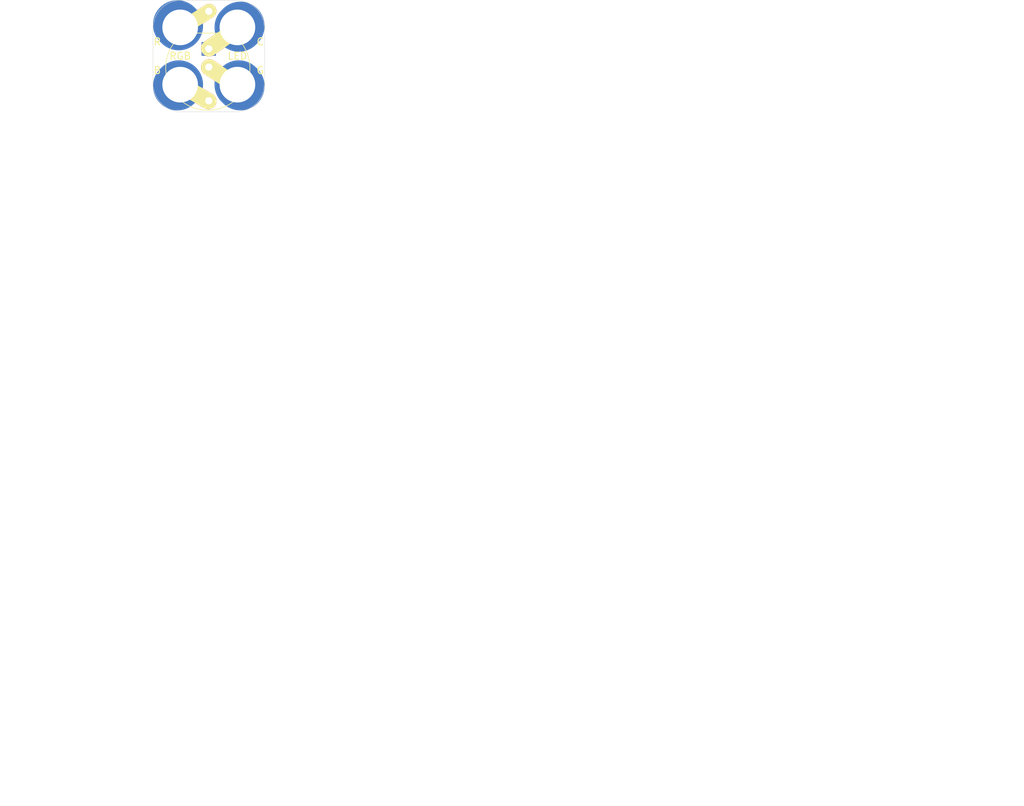
<source format=kicad_pcb>
(kicad_pcb (version 4) (host pcbnew 4.0.5-e0-6337~49~ubuntu16.04.1)

  (general
    (links 0)
    (no_connects 0)
    (area 104.572999 74.854999 178.510001 123.265001)
    (thickness 1.6)
    (drawings 1)
    (tracks 0)
    (zones 0)
    (modules 1)
    (nets 1)
  )

  (page USLetter)
  (title_block
    (title "2x2 RGB LED TH Module")
    (date "19 Jan 2017")
    (rev 1.0)
    (company "All rights reserved.")
    (comment 1 help@browndoggadgets.com)
    (comment 2 http://browndoggadgets.com/)
    (comment 3 "Brown Dog Gadgets")
  )

  (layers
    (0 F.Cu signal)
    (31 B.Cu signal)
    (34 B.Paste user)
    (35 F.Paste user)
    (36 B.SilkS user)
    (37 F.SilkS user)
    (38 B.Mask user)
    (39 F.Mask user)
    (40 Dwgs.User user)
    (44 Edge.Cuts user)
    (46 B.CrtYd user)
    (47 F.CrtYd user)
    (48 B.Fab user)
    (49 F.Fab user)
  )

  (setup
    (last_trace_width 0.254)
    (user_trace_width 0.1524)
    (user_trace_width 0.254)
    (user_trace_width 0.3302)
    (user_trace_width 0.508)
    (user_trace_width 0.762)
    (user_trace_width 1.27)
    (trace_clearance 0.254)
    (zone_clearance 0.508)
    (zone_45_only no)
    (trace_min 0.1524)
    (segment_width 0.1524)
    (edge_width 0.1524)
    (via_size 0.6858)
    (via_drill 0.3302)
    (via_min_size 0.6858)
    (via_min_drill 0.3302)
    (user_via 0.6858 0.3302)
    (user_via 0.762 0.4064)
    (user_via 0.8636 0.508)
    (uvia_size 0.6858)
    (uvia_drill 0.3302)
    (uvias_allowed no)
    (uvia_min_size 0)
    (uvia_min_drill 0)
    (pcb_text_width 0.1524)
    (pcb_text_size 1.016 1.016)
    (mod_edge_width 0.1524)
    (mod_text_size 1.016 1.016)
    (mod_text_width 0.1524)
    (pad_size 1.524 1.524)
    (pad_drill 0.762)
    (pad_to_mask_clearance 0.0762)
    (solder_mask_min_width 0.1016)
    (pad_to_paste_clearance -0.0762)
    (aux_axis_origin 0 0)
    (visible_elements FFFEDF7D)
    (pcbplotparams
      (layerselection 0x310fc_80000001)
      (usegerberextensions true)
      (excludeedgelayer true)
      (linewidth 0.100000)
      (plotframeref false)
      (viasonmask false)
      (mode 1)
      (useauxorigin false)
      (hpglpennumber 1)
      (hpglpenspeed 20)
      (hpglpendiameter 15)
      (hpglpenoverlay 2)
      (psnegative false)
      (psa4output false)
      (plotreference true)
      (plotvalue true)
      (plotinvisibletext false)
      (padsonsilk false)
      (subtractmaskfromsilk false)
      (outputformat 1)
      (mirror false)
      (drillshape 0)
      (scaleselection 1)
      (outputdirectory gerbers))
  )

  (net 0 "")

  (net_class Default "This is the default net class."
    (clearance 0.254)
    (trace_width 0.254)
    (via_dia 0.6858)
    (via_drill 0.3302)
    (uvia_dia 0.6858)
    (uvia_drill 0.3302)
  )

  (module Crazy_Circuits:LED-RGB-2.54MM-4PIN-2x2 (layer F.Cu) (tedit 58A2CC37) (tstamp 58809FD1)
    (at 23.1658 44.3738)
    (descr "LED 5mm round vertical")
    (tags "LED 5mm round vertical")
    (fp_text reference LED1 (at 4 -2) (layer F.Fab)
      (effects (font (size 1 1) (thickness 0.15)))
    )
    (fp_text value RGB (at 0 -4) (layer F.SilkS)
      (effects (font (size 1 1) (thickness 0.15)))
    )
    (fp_line (start 8.2 -8) (end 8.4 -8.2) (layer B.Cu) (width 6.8))
    (fp_text user C (at 11.2 -6) (layer F.SilkS)
      (effects (font (size 1 1) (thickness 0.15)))
    )
    (fp_line (start 0.6 -7.2) (end 7.2 -7.2) (layer F.SilkS) (width 0.1))
    (fp_arc (start 3.862844 -2.305733) (end 7.262844 -7.105733) (angle 290.9) (layer F.Fab) (width 0.1))
    (fp_text user LED (at 8 -4) (layer F.SilkS)
      (effects (font (size 1 1) (thickness 0.15)))
    )
    (fp_text user R (at -3.2 -6 180) (layer F.SilkS)
      (effects (font (size 1 1) (thickness 0.15)))
    )
    (fp_line (start 4.064 -10.287) (end 0 -7.747) (layer F.SilkS) (width 2))
    (fp_arc (start 0.195441 -0.199792) (end 0 3.8) (angle 84.2) (layer Edge.Cuts) (width 0.05))
    (fp_line (start 11.8 -8) (end 11.8 0) (layer Edge.Cuts) (width 0.05))
    (fp_line (start 0 -11.8) (end 8 -11.8) (layer Edge.Cuts) (width 0.05))
    (fp_line (start 0 3.8) (end 8 3.8) (layer Edge.Cuts) (width 0.05))
    (fp_line (start -3.8 -8) (end -3.8 0) (layer Edge.Cuts) (width 0.05))
    (fp_arc (start 7.800208 -0.195441) (end 11.8 0) (angle 84.2) (layer Edge.Cuts) (width 0.05))
    (fp_arc (start 0.199792 -7.804559) (end -3.8 -8) (angle 84.2) (layer Edge.Cuts) (width 0.05))
    (fp_arc (start 7.804559 -7.800208) (end 8 -11.8) (angle 84.2) (layer Edge.Cuts) (width 0.05))
    (fp_arc (start 0.195441 -0.199792) (end 0 3.8) (angle 84.2) (layer F.Fab) (width 0.05))
    (fp_line (start 11.8 -8) (end 11.8 0) (layer F.Fab) (width 0.05))
    (fp_line (start 0 -11.8) (end 8 -11.8) (layer F.Fab) (width 0.05))
    (fp_line (start 0 3.8) (end 8 3.8) (layer F.Fab) (width 0.05))
    (fp_line (start -3.8 -8) (end -3.8 0) (layer F.Fab) (width 0.05))
    (fp_arc (start 7.800208 -0.195441) (end 11.8 0) (angle 84.2) (layer F.Fab) (width 0.05))
    (fp_arc (start 0.199792 -7.804559) (end -3.8 -8) (angle 84.2) (layer F.Fab) (width 0.05))
    (fp_arc (start 7.804559 -7.800208) (end 8 -11.8) (angle 84.2) (layer F.Fab) (width 0.05))
    (fp_line (start 4.064 -5.08) (end 8.255 -8.001) (layer F.SilkS) (width 2.286))
    (fp_line (start 8.255 0.381) (end 4.064 -2.413) (layer F.SilkS) (width 2.286))
    (fp_line (start 3.937 2.286) (end 0 0) (layer F.SilkS) (width 2.286))
    (fp_line (start 4.064 -10.287) (end 0 -7.747) (layer F.Cu) (width 2))
    (fp_line (start 4.064 -5.08) (end 8.255 -8.001) (layer F.Cu) (width 2.286))
    (fp_line (start 8.255 0.381) (end 4.064 -2.413) (layer F.Cu) (width 2.286))
    (fp_line (start 3.937 2.286) (end 0 0) (layer F.Cu) (width 2.286))
    (fp_text user B (at -3.2 -2) (layer F.SilkS)
      (effects (font (size 1 1) (thickness 0.15)))
    )
    (fp_text user G (at 11.2 -2 180) (layer F.SilkS)
      (effects (font (size 1 1) (thickness 0.15)))
    )
    (fp_line (start 0.6 -7.2) (end 7.2 -7.2) (layer F.Fab) (width 0.1))
    (fp_arc (start 3.862844 -2.305733) (end 7.262844 -7.105733) (angle 290.998719) (layer F.SilkS) (width 0.1))
    (fp_line (start 8.2 -8) (end 8.4 -8.2) (layer B.Mask) (width 6.8))
    (fp_line (start -0.2 -8.2) (end -0.4 -8.4) (layer B.Cu) (width 6.8))
    (fp_line (start -0.2 -8.2) (end -0.4 -8.4) (layer B.Mask) (width 6.8))
    (fp_line (start -0.2 0) (end -0.4 0.2) (layer B.Cu) (width 6.8))
    (fp_line (start -0.2 0) (end -0.4 0.2) (layer B.Mask) (width 6.8))
    (fp_line (start 8.2 0) (end 8.4 0.2) (layer B.Cu) (width 6.8))
    (fp_line (start 8.2 0) (end 8.4 0.2) (layer B.Mask) (width 6.8))
    (pad COM thru_hole rect (at 4 -5) (size 2 1.9) (drill 1.00076) (layers *.Cu *.Mask))
    (pad G thru_hole circle (at 4 -2.46 270) (size 1.9 1.9) (drill 1.00076) (layers *.Cu *.Mask))
    (pad B thru_hole circle (at 0 0) (size 6 6) (drill 4.98) (layers *.Cu B.Mask))
    (pad R thru_hole circle (at 0 -8) (size 6 6) (drill 4.98) (layers *.Cu B.Mask))
    (pad COM thru_hole circle (at 8 -8) (size 6 6) (drill 4.98) (layers *.Cu B.Mask))
    (pad G thru_hole circle (at 8 0) (size 6 6) (drill 4.98) (layers *.Cu B.Mask))
    (pad B thru_hole circle (at 4 2.25 270) (size 1.9 1.9) (drill 1.00076) (layers *.Cu *.Mask))
    (pad R thru_hole circle (at 4 -10.25 270) (size 1.9 1.9) (drill 1.00076) (layers *.Cu *.Mask))
  )

  (gr_text "FABRICATION NOTES\n\n1. THIS IS A 2 LAYER BOARD. \n2. EXTERNAL LAYERS SHALL HAVE 1 OZ COPPER.\n3. MATERIAL: FR4 AND 0.062 INCH +/- 10% THICK.\n4. BOARDS SHALL BE ROHS COMPLIANT. \n5. MANUFACTURE IN ACCORDANCE WITH IPC-6012 CLASS 2\n6. MASK: BOTH SIDES OF THE BOARD SHALL HAVE \n   SOLDER MASK (BLACK) OVER BARE COPPER. \n7. SILK: BOTH SIDES OF THE BOARD SHALL HAVE WHITE SILK. \n   DO NOT PLACE SILK OVER BARE COPPER.\n8. FINISH: ENIG.\n9. MINIMUM TRACE WIDTH - 0.006 INCH.\n   MINIMUM SPACE - 0.006 INCH.\n   MINIMUM HOLE DIA - 0.013 INCH. \n10. MAX HOLE PLACEMENT TOLERANCE OF +/- 0.003 INCH.\n11. MAX HOLE DIAMETER TOLERANCE OF +/- 0.003 INCH AFTER PLATING." (at -2.0066 110.5408) (layer Dwgs.User)
    (effects (font (size 2.54 2.54) (thickness 0.254)) (justify left))
  )

)

</source>
